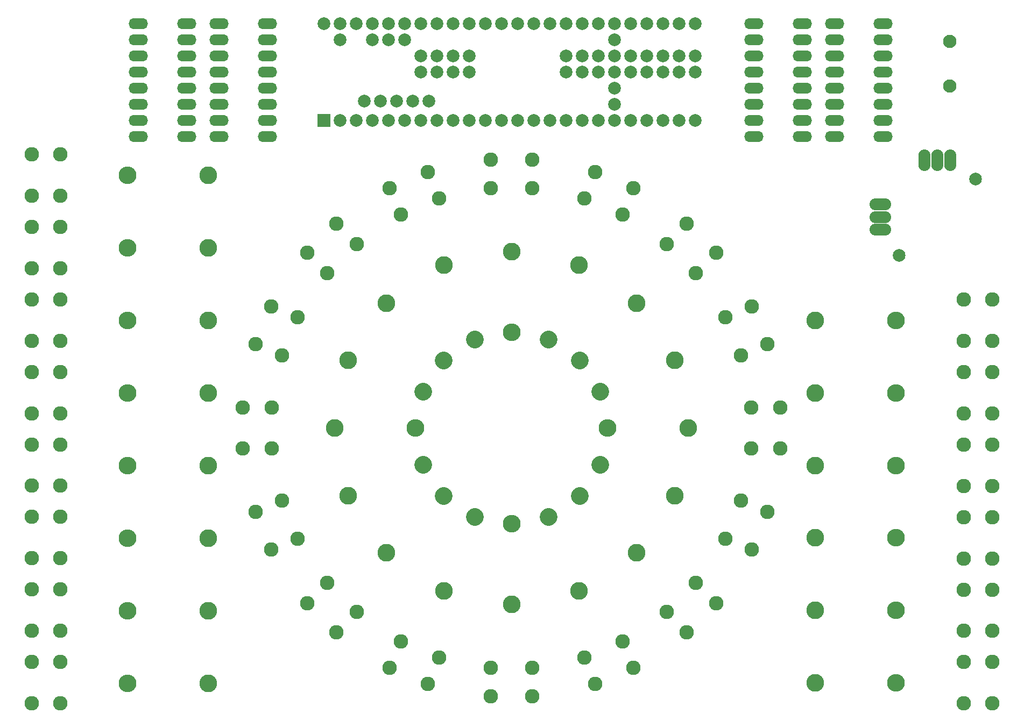
<source format=gbs>
G04 #@! TF.FileFunction,Soldermask,Bot*
%FSLAX46Y46*%
G04 Gerber Fmt 4.6, Leading zero omitted, Abs format (unit mm)*
G04 Created by KiCad (PCBNEW 4.0.6) date Thursday, 30. August 2018 'u42' 16:42:36*
%MOMM*%
%LPD*%
G01*
G04 APERTURE LIST*
%ADD10C,0.100000*%
%ADD11O,3.041600X1.720800*%
%ADD12C,2.000000*%
%ADD13R,2.000000X2.000000*%
%ADD14O,3.399740X1.898600*%
%ADD15O,1.898600X3.399740*%
%ADD16C,1.997660*%
%ADD17C,2.800000*%
%ADD18O,2.800000X2.800000*%
%ADD19C,2.800000*%
%ADD20C,2.279600*%
%ADD21C,2.100000*%
G04 APERTURE END LIST*
D10*
D11*
X107391200Y-40182800D03*
X107391200Y-42722800D03*
X107391200Y-45262800D03*
X107391200Y-47802800D03*
X107391200Y-50342800D03*
X107391200Y-52882800D03*
X107391200Y-55422800D03*
X107391200Y-57962800D03*
X99771200Y-57962800D03*
X99771200Y-55422800D03*
X99771200Y-52882800D03*
X99771200Y-50342800D03*
X99771200Y-47802800D03*
X99771200Y-45262800D03*
X99771200Y-42722800D03*
X99771200Y-40182800D03*
X94691200Y-40182800D03*
X94691200Y-42722800D03*
X94691200Y-45262800D03*
X94691200Y-47802800D03*
X94691200Y-50342800D03*
X94691200Y-52882800D03*
X94691200Y-55422800D03*
X94691200Y-57962800D03*
X87071200Y-57962800D03*
X87071200Y-55422800D03*
X87071200Y-52882800D03*
X87071200Y-50342800D03*
X87071200Y-47802800D03*
X87071200Y-45262800D03*
X87071200Y-42722800D03*
X87071200Y-40182800D03*
X191511200Y-40182800D03*
X191511200Y-42722800D03*
X191511200Y-45262800D03*
X191511200Y-47802800D03*
X191511200Y-50342800D03*
X191511200Y-52882800D03*
X191511200Y-55422800D03*
X191511200Y-57962800D03*
X183891200Y-57962800D03*
X183891200Y-55422800D03*
X183891200Y-52882800D03*
X183891200Y-50342800D03*
X183891200Y-47802800D03*
X183891200Y-45262800D03*
X183891200Y-42722800D03*
X183891200Y-40182800D03*
X204211200Y-40182800D03*
X204211200Y-42722800D03*
X204211200Y-45262800D03*
X204211200Y-47802800D03*
X204211200Y-50342800D03*
X204211200Y-52882800D03*
X204211200Y-55422800D03*
X204211200Y-57962800D03*
X196591200Y-57962800D03*
X196591200Y-55422800D03*
X196591200Y-52882800D03*
X196591200Y-50342800D03*
X196591200Y-47802800D03*
X196591200Y-45262800D03*
X196591200Y-42722800D03*
X196591200Y-40182800D03*
D12*
X156921200Y-55422800D03*
X159461200Y-55422800D03*
X162001200Y-55422800D03*
X164541200Y-55422800D03*
X154381200Y-55422800D03*
X151841200Y-55422800D03*
X149301200Y-55422800D03*
X167081200Y-55422800D03*
X169621200Y-55422800D03*
X172161200Y-55422800D03*
X174701200Y-55422800D03*
X162001200Y-52882800D03*
X162001200Y-50342800D03*
X162001200Y-47802800D03*
X162001200Y-45262800D03*
X162001200Y-42722800D03*
X174701200Y-40182800D03*
X172161200Y-40182800D03*
X169621200Y-40182800D03*
X167081200Y-40182800D03*
X164541200Y-40182800D03*
X162001200Y-40182800D03*
X159461200Y-40182800D03*
X156921200Y-40182800D03*
X146761200Y-55422800D03*
X144221200Y-55422800D03*
X141681200Y-55422800D03*
X139141200Y-55422800D03*
X136601200Y-55422800D03*
X134061200Y-55422800D03*
X131521200Y-55422800D03*
X128981200Y-55422800D03*
X126441200Y-55422800D03*
X123901200Y-55422800D03*
X121361200Y-55422800D03*
X118821200Y-55422800D03*
D13*
X116281200Y-55422800D03*
D12*
X154381200Y-40182800D03*
X151841200Y-40182800D03*
X149301200Y-40182800D03*
X146761200Y-40182800D03*
X144221200Y-40182800D03*
X141681200Y-40182800D03*
X139141200Y-40182800D03*
X136601200Y-40182800D03*
X134061200Y-40182800D03*
X131521200Y-40182800D03*
X128981200Y-40182800D03*
X126441200Y-40182800D03*
X123901200Y-40182800D03*
X121361200Y-40182800D03*
X118821200Y-40182800D03*
X116281200Y-40182800D03*
X118821200Y-42722800D03*
X123901200Y-42722800D03*
X126441200Y-42722800D03*
X128981200Y-42722800D03*
X131521200Y-47802800D03*
X134061200Y-47802800D03*
X136601200Y-47802800D03*
X139141200Y-47802800D03*
X154381200Y-47802800D03*
X156921200Y-47802800D03*
X159461200Y-47802800D03*
X164541200Y-47802800D03*
X167081200Y-47802800D03*
X169621200Y-47802800D03*
X172161200Y-47802800D03*
X174701200Y-47802800D03*
X174701200Y-45262800D03*
X172161200Y-45262800D03*
X169621200Y-45262800D03*
X167081200Y-45262800D03*
X164541200Y-45262800D03*
X159461200Y-45262800D03*
X156921200Y-45262800D03*
X154381200Y-45262800D03*
X139141200Y-45262800D03*
X136601200Y-45262800D03*
X134061200Y-45262800D03*
X131521200Y-45262800D03*
X122631200Y-52422800D03*
X125171200Y-52422800D03*
X127711200Y-52422800D03*
X130251200Y-52422800D03*
X132791200Y-52422800D03*
D14*
X203801980Y-70662800D03*
X203801980Y-68663820D03*
X203801980Y-72661780D03*
D15*
X212801200Y-61663580D03*
X210802220Y-61663580D03*
X214800180Y-61663580D03*
D16*
X206801720Y-76662280D03*
X218800680Y-64663320D03*
D17*
X145796000Y-131673600D03*
D18*
X145796000Y-118973600D03*
D17*
X156437661Y-129556842D03*
D19*
X151577581Y-117823572D02*
X151577581Y-117823572D01*
D17*
X165459225Y-123528825D03*
D19*
X156478969Y-114548569D02*
X156478969Y-114548569D01*
D17*
X171487242Y-114507261D03*
D19*
X159753972Y-109647181D02*
X159753972Y-109647181D01*
D17*
X173604000Y-103865600D03*
D18*
X160904000Y-103865600D03*
D17*
X171487242Y-93223939D03*
D19*
X159753972Y-98084019D02*
X159753972Y-98084019D01*
D17*
X165459225Y-84202375D03*
D19*
X156478969Y-93182631D02*
X156478969Y-93182631D01*
D17*
X156437661Y-78174358D03*
D19*
X151577581Y-89907628D02*
X151577581Y-89907628D01*
D17*
X145796000Y-76057600D03*
D18*
X145796000Y-88757600D03*
D17*
X135154339Y-78174358D03*
D19*
X140014419Y-89907628D02*
X140014419Y-89907628D01*
D17*
X126132775Y-84202375D03*
D19*
X135113031Y-93182631D02*
X135113031Y-93182631D01*
D17*
X120104758Y-93223939D03*
D19*
X131838028Y-98084019D02*
X131838028Y-98084019D01*
D17*
X117988000Y-103865600D03*
D18*
X130688000Y-103865600D03*
D17*
X120104758Y-114507261D03*
D19*
X131838028Y-109647181D02*
X131838028Y-109647181D01*
D17*
X126132775Y-123528825D03*
D19*
X135113031Y-114548569D02*
X135113031Y-114548569D01*
D17*
X135154339Y-129556842D03*
D19*
X140014419Y-117823572D02*
X140014419Y-117823572D01*
D17*
X98044000Y-64109600D03*
D18*
X85344000Y-64109600D03*
D17*
X98044000Y-75529600D03*
D18*
X85344000Y-75529600D03*
D17*
X98044000Y-86949600D03*
D18*
X85344000Y-86949600D03*
D17*
X98044000Y-98369600D03*
D18*
X85344000Y-98369600D03*
D17*
X98044000Y-109789600D03*
D18*
X85344000Y-109789600D03*
D17*
X98044000Y-121209600D03*
D18*
X85344000Y-121209600D03*
D17*
X98044000Y-132629600D03*
D18*
X85344000Y-132629600D03*
D17*
X98044000Y-144049600D03*
D18*
X85344000Y-144049600D03*
D17*
X193548000Y-86918800D03*
D18*
X206248000Y-86918800D03*
D17*
X193548000Y-98338800D03*
D18*
X206248000Y-98338800D03*
D17*
X193548000Y-109758800D03*
D18*
X206248000Y-109758800D03*
D17*
X193548000Y-121178800D03*
D18*
X206248000Y-121178800D03*
D17*
X193548000Y-132598800D03*
D18*
X206248000Y-132598800D03*
D17*
X193548000Y-144018800D03*
D18*
X206248000Y-144018800D03*
D20*
X142544800Y-141605000D03*
X149047200Y-141605000D03*
X142544800Y-146126200D03*
X149047200Y-146126200D03*
X157234526Y-139976439D03*
X163241960Y-137488079D03*
X158964714Y-144153483D03*
X164972148Y-141665123D03*
X170182840Y-132850331D03*
X174780731Y-128252440D03*
X173379811Y-136047302D03*
X177977702Y-131449411D03*
X179418479Y-121311560D03*
X181906839Y-115304126D03*
X183595523Y-123041748D03*
X186083883Y-117034314D03*
X183535400Y-107116800D03*
X183535400Y-100614400D03*
X188056600Y-107116800D03*
X188056600Y-100614400D03*
X181906839Y-92427074D03*
X179418479Y-86419640D03*
X186083883Y-90696886D03*
X183595523Y-84689452D03*
X174780731Y-79478760D03*
X170182840Y-74880869D03*
X177977702Y-76281789D03*
X173379811Y-71683898D03*
X163241960Y-70243121D03*
X157234526Y-67754761D03*
X164972148Y-66066077D03*
X158964714Y-63577717D03*
X149047200Y-66126200D03*
X142544800Y-66126200D03*
X149047200Y-61605000D03*
X142544800Y-61605000D03*
X134357474Y-67754761D03*
X128350040Y-70243121D03*
X132627286Y-63577717D03*
X126619852Y-66066077D03*
X121409160Y-74880869D03*
X116811269Y-79478760D03*
X118212189Y-71683898D03*
X113614298Y-76281789D03*
X112173521Y-86419640D03*
X109685161Y-92427074D03*
X107996477Y-84689452D03*
X105508117Y-90696886D03*
X108056600Y-100614400D03*
X108056600Y-107116800D03*
X103535400Y-100614400D03*
X103535400Y-107116800D03*
X109685161Y-115304126D03*
X112173521Y-121311560D03*
X105508117Y-117034314D03*
X107996477Y-123041748D03*
X116811269Y-128252440D03*
X121409160Y-132850331D03*
X113614298Y-131449411D03*
X118212189Y-136047302D03*
X128350040Y-137488079D03*
X134357474Y-139976439D03*
X126619852Y-141665123D03*
X132627286Y-144153483D03*
X74808080Y-60777120D03*
X74808080Y-67279520D03*
X70286880Y-60777120D03*
X70286880Y-67279520D03*
X74808080Y-72197120D03*
X74808080Y-78699520D03*
X70286880Y-72197120D03*
X70286880Y-78699520D03*
X74808080Y-83617120D03*
X74808080Y-90119520D03*
X70286880Y-83617120D03*
X70286880Y-90119520D03*
X74808080Y-95037120D03*
X74808080Y-101539520D03*
X70286880Y-95037120D03*
X70286880Y-101539520D03*
X74808080Y-106457120D03*
X74808080Y-112959520D03*
X70286880Y-106457120D03*
X70286880Y-112959520D03*
X74808080Y-117877120D03*
X74808080Y-124379520D03*
X70286880Y-117877120D03*
X70286880Y-124379520D03*
X74808080Y-129297120D03*
X74808080Y-135799520D03*
X70286880Y-129297120D03*
X70286880Y-135799520D03*
X74808080Y-140717120D03*
X74808080Y-147219520D03*
X70286880Y-140717120D03*
X70286880Y-147219520D03*
X216910920Y-90139520D03*
X216910920Y-83637120D03*
X221432120Y-90139520D03*
X221432120Y-83637120D03*
X216910920Y-101559520D03*
X216910920Y-95057120D03*
X221432120Y-101559520D03*
X221432120Y-95057120D03*
X216910920Y-112979520D03*
X216910920Y-106477120D03*
X221432120Y-112979520D03*
X221432120Y-106477120D03*
X216910920Y-124399520D03*
X216910920Y-117897120D03*
X221432120Y-124399520D03*
X221432120Y-117897120D03*
X216910920Y-135819520D03*
X216910920Y-129317120D03*
X221432120Y-135819520D03*
X221432120Y-129317120D03*
X216910920Y-147239520D03*
X216910920Y-140737120D03*
X221432120Y-147239520D03*
X221432120Y-140737120D03*
D21*
X214706200Y-42976800D03*
X214706200Y-49976800D03*
M02*

</source>
